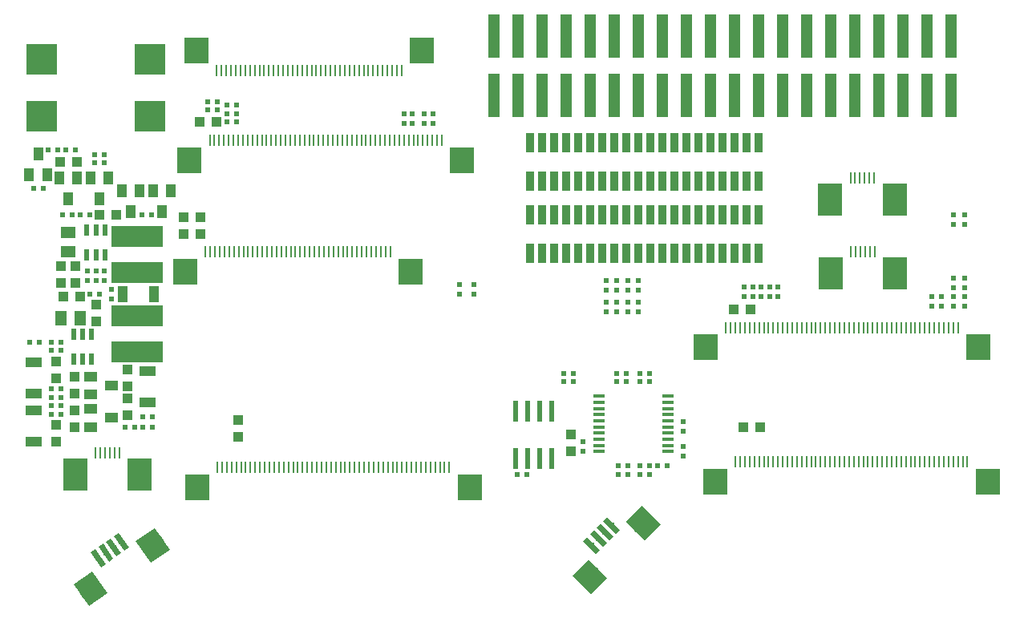
<source format=gbr>
G04 #@! TF.GenerationSoftware,KiCad,Pcbnew,(6.0.0-rc1-dev-478-gc120ae9e9)*
G04 #@! TF.CreationDate,2018-09-18T16:09:50+03:00*
G04 #@! TF.ProjectId,LCD-DRIVER_Rev_C,4C43442D4452495645525F5265765F43,C*
G04 #@! TF.SameCoordinates,Original*
G04 #@! TF.FileFunction,Paste,Bot*
G04 #@! TF.FilePolarity,Positive*
%FSLAX46Y46*%
G04 Gerber Fmt 4.6, Leading zero omitted, Abs format (unit mm)*
G04 Created by KiCad (PCBNEW (6.0.0-rc1-dev-478-gc120ae9e9)) date 09/18/18 16:09:50*
%MOMM*%
%LPD*%
G01*
G04 APERTURE LIST*
%ADD10R,0.900000X2.000000*%
%ADD11R,1.300000X4.550000*%
%ADD12R,3.254000X3.254000*%
%ADD13R,0.500000X0.550000*%
%ADD14R,2.600000X2.800000*%
%ADD15R,0.230000X1.280000*%
%ADD16R,1.016000X1.016000*%
%ADD17R,0.550000X0.500000*%
%ADD18R,1.524000X1.270000*%
%ADD19R,1.270000X1.524000*%
%ADD20R,1.700000X1.000000*%
%ADD21R,1.000000X1.400000*%
%ADD22R,1.400000X1.000000*%
%ADD23R,1.000000X1.700000*%
%ADD24R,5.400000X2.200000*%
%ADD25R,2.600000X3.400000*%
%ADD26C,2.400000*%
%ADD27C,0.200000*%
%ADD28C,0.601600*%
%ADD29R,1.270000X0.325000*%
%ADD30R,0.600000X2.200000*%
%ADD31R,0.550000X1.200000*%
G04 APERTURE END LIST*
D10*
G04 #@! TO.C,LCD_Lime2*
X135255000Y-86487000D03*
X135255000Y-82423000D03*
X133985000Y-86487000D03*
X133985000Y-82423000D03*
X132715000Y-86487000D03*
X132715000Y-82423000D03*
X131445000Y-86487000D03*
X131445000Y-82423000D03*
X130175000Y-86487000D03*
X130175000Y-82423000D03*
X128905000Y-86487000D03*
X128905000Y-82423000D03*
X127635000Y-86487000D03*
X127635000Y-82423000D03*
X126365000Y-86487000D03*
X126365000Y-82423000D03*
X125095000Y-86487000D03*
X125095000Y-82423000D03*
X123825000Y-86487000D03*
X123825000Y-82423000D03*
X136525000Y-82423000D03*
X136525000Y-86487000D03*
X137795000Y-82423000D03*
X137795000Y-86487000D03*
X139065000Y-82423000D03*
X139065000Y-86487000D03*
X140335000Y-82423000D03*
X140335000Y-86487000D03*
X141605000Y-82423000D03*
X141605000Y-86487000D03*
X142875000Y-82423000D03*
X142875000Y-86487000D03*
X144145000Y-82423000D03*
X144145000Y-86487000D03*
X145415000Y-82423000D03*
X145415000Y-86487000D03*
X146685000Y-82423000D03*
X146685000Y-86487000D03*
X147955000Y-82423000D03*
X147955000Y-86487000D03*
G04 #@! TD*
G04 #@! TO.C,LCD_Lime1*
X135255000Y-74803000D03*
X135255000Y-78867000D03*
X133985000Y-74803000D03*
X133985000Y-78867000D03*
X132715000Y-74803000D03*
X132715000Y-78867000D03*
X131445000Y-74803000D03*
X131445000Y-78867000D03*
X130175000Y-74803000D03*
X130175000Y-78867000D03*
X128905000Y-74803000D03*
X128905000Y-78867000D03*
X127635000Y-74803000D03*
X127635000Y-78867000D03*
X126365000Y-74803000D03*
X126365000Y-78867000D03*
X125095000Y-74803000D03*
X125095000Y-78867000D03*
X123825000Y-74803000D03*
X123825000Y-78867000D03*
X136525000Y-78867000D03*
X136525000Y-74803000D03*
X137795000Y-78867000D03*
X137795000Y-74803000D03*
X139065000Y-78867000D03*
X139065000Y-74803000D03*
X140335000Y-78867000D03*
X140335000Y-74803000D03*
X141605000Y-78867000D03*
X141605000Y-74803000D03*
X142875000Y-78867000D03*
X142875000Y-74803000D03*
X144145000Y-78867000D03*
X144145000Y-74803000D03*
X145415000Y-78867000D03*
X145415000Y-74803000D03*
X146685000Y-78867000D03*
X146685000Y-74803000D03*
X147955000Y-78867000D03*
X147955000Y-74803000D03*
G04 #@! TD*
D11*
G04 #@! TO.C,LCD_CON1*
X168275000Y-69800000D03*
X168275000Y-63550000D03*
X165735000Y-69800000D03*
X165735000Y-63550000D03*
X163195000Y-69800000D03*
X163195000Y-63550000D03*
X160655000Y-69800000D03*
X160655000Y-63550000D03*
X158115000Y-69800000D03*
X158115000Y-63550000D03*
X155575000Y-69800000D03*
X155575000Y-63550000D03*
X153035000Y-69800000D03*
X153035000Y-63550000D03*
X150495000Y-69800000D03*
X150495000Y-63550000D03*
X147955000Y-69800000D03*
X147955000Y-63550000D03*
X145415000Y-69800000D03*
X145415000Y-63550000D03*
X142875000Y-69800000D03*
X142875000Y-63550000D03*
X140335000Y-69800000D03*
X140335000Y-63550000D03*
X137795000Y-69800000D03*
X137795000Y-63550000D03*
X135255000Y-69800000D03*
X135255000Y-63550000D03*
X132715000Y-69800000D03*
X132715000Y-63550000D03*
X130175000Y-69800000D03*
X130175000Y-63550000D03*
X127635000Y-69800000D03*
X127635000Y-63550000D03*
X125095000Y-69800000D03*
X125095000Y-63550000D03*
X122555000Y-69800000D03*
X122555000Y-63550000D03*
X120015000Y-69800000D03*
X120015000Y-63550000D03*
G04 #@! TD*
D12*
G04 #@! TO.C,PWR_JACK1*
X83728000Y-66026000D03*
X83728000Y-72026000D03*
X72228000Y-66026000D03*
X72228000Y-72026000D03*
G04 #@! TD*
D13*
G04 #@! TO.C,R15*
X82042000Y-104902000D03*
X81026000Y-104902000D03*
G04 #@! TD*
D14*
G04 #@! TO.C,LCD-4\002C3in_DISP1*
X111200000Y-88450000D03*
X87400000Y-88450000D03*
D15*
X109050000Y-86350000D03*
X108550000Y-86350000D03*
X108050000Y-86350000D03*
X107550000Y-86350000D03*
X107050000Y-86350000D03*
X106550000Y-86350000D03*
X106050000Y-86350000D03*
X105550000Y-86350000D03*
X105050000Y-86350000D03*
X104550000Y-86350000D03*
X104050000Y-86350000D03*
X103550000Y-86350000D03*
X103050000Y-86350000D03*
X102550000Y-86350000D03*
X102050000Y-86350000D03*
X101550000Y-86350000D03*
X101050000Y-86350000D03*
X100550000Y-86350000D03*
X100050000Y-86350000D03*
X99550000Y-86350000D03*
X99050000Y-86350000D03*
X98550000Y-86350000D03*
X98050000Y-86350000D03*
X97550000Y-86350000D03*
X97050000Y-86350000D03*
X96550000Y-86350000D03*
X96050000Y-86350000D03*
X95550000Y-86350000D03*
X95050000Y-86350000D03*
X94550000Y-86350000D03*
X94050000Y-86350000D03*
X93550000Y-86350000D03*
X93050000Y-86350000D03*
X92550000Y-86350000D03*
X92050000Y-86350000D03*
X91550000Y-86350000D03*
X91050000Y-86350000D03*
X90550000Y-86350000D03*
X90050000Y-86350000D03*
X89550000Y-86350000D03*
G04 #@! TD*
D16*
G04 #@! TO.C,C1*
X88900000Y-72644000D03*
X90678000Y-72644000D03*
G04 #@! TD*
G04 #@! TO.C,C3*
X87249000Y-84455000D03*
X89027000Y-84455000D03*
G04 #@! TD*
D17*
G04 #@! TO.C,C4*
X110490000Y-72771000D03*
X110490000Y-71755000D03*
G04 #@! TD*
D16*
G04 #@! TO.C,C5*
X87249000Y-82677000D03*
X89027000Y-82677000D03*
G04 #@! TD*
D13*
G04 #@! TO.C,C6*
X83947000Y-104902000D03*
X82931000Y-104902000D03*
G04 #@! TD*
D16*
G04 #@! TO.C,C7*
X145288000Y-92456000D03*
X147066000Y-92456000D03*
G04 #@! TD*
D17*
G04 #@! TO.C,C9*
X166243000Y-92075000D03*
X166243000Y-91059000D03*
G04 #@! TD*
G04 #@! TO.C,C10*
X129413000Y-107442000D03*
X129413000Y-106426000D03*
G04 #@! TD*
D16*
G04 #@! TO.C,C11*
X128143000Y-105664000D03*
X128143000Y-107442000D03*
G04 #@! TD*
D17*
G04 #@! TO.C,C12*
X139954000Y-106934000D03*
X139954000Y-107950000D03*
G04 #@! TD*
G04 #@! TO.C,C13*
X139954000Y-104267000D03*
X139954000Y-105283000D03*
G04 #@! TD*
D13*
G04 #@! TO.C,C14*
X77851000Y-76962000D03*
X78867000Y-76962000D03*
G04 #@! TD*
D16*
G04 #@! TO.C,C15*
X73787000Y-104648000D03*
X73787000Y-106426000D03*
G04 #@! TD*
D18*
G04 #@! TO.C,C16*
X75057000Y-84328000D03*
X75057000Y-86360000D03*
G04 #@! TD*
D13*
G04 #@! TO.C,C17*
X123444000Y-109855000D03*
X122428000Y-109855000D03*
G04 #@! TD*
D16*
G04 #@! TO.C,C18*
X75692000Y-103124000D03*
X75692000Y-104902000D03*
G04 #@! TD*
D19*
G04 #@! TO.C,C19*
X74295000Y-93345000D03*
X76327000Y-93345000D03*
G04 #@! TD*
D16*
G04 #@! TO.C,C20*
X74168000Y-76835000D03*
X75946000Y-76835000D03*
G04 #@! TD*
G04 #@! TO.C,C21*
X74549000Y-91059000D03*
X76327000Y-91059000D03*
G04 #@! TD*
G04 #@! TO.C,C22*
X81280000Y-101854000D03*
X81280000Y-103632000D03*
G04 #@! TD*
G04 #@! TO.C,C23*
X81280000Y-100584000D03*
X81280000Y-98806000D03*
G04 #@! TD*
G04 #@! TO.C,C24*
X75692000Y-99568000D03*
X75692000Y-101346000D03*
G04 #@! TD*
G04 #@! TO.C,C25*
X80137000Y-82423000D03*
X78359000Y-82423000D03*
G04 #@! TD*
G04 #@! TO.C,C26*
X73787000Y-99695000D03*
X73787000Y-97917000D03*
G04 #@! TD*
G04 #@! TO.C,C27*
X77978000Y-91948000D03*
X77978000Y-93726000D03*
G04 #@! TD*
D20*
G04 #@! TO.C,D1*
X83439000Y-102234000D03*
X83439000Y-98934000D03*
G04 #@! TD*
D21*
G04 #@! TO.C,D2*
X81661000Y-82126000D03*
X82611000Y-79926000D03*
X80711000Y-79926000D03*
G04 #@! TD*
D20*
G04 #@! TO.C,D3*
X71374000Y-103125000D03*
X71374000Y-106425000D03*
G04 #@! TD*
D22*
G04 #@! TO.C,D4*
X79586000Y-103886000D03*
X77386000Y-102936000D03*
X77386000Y-104836000D03*
G04 #@! TD*
D23*
G04 #@! TO.C,D5*
X80773000Y-90805000D03*
X84073000Y-90805000D03*
G04 #@! TD*
D22*
G04 #@! TO.C,D6*
X79586000Y-100457000D03*
X77386000Y-99507000D03*
X77386000Y-101407000D03*
G04 #@! TD*
D20*
G04 #@! TO.C,D7*
X71374000Y-101345000D03*
X71374000Y-98045000D03*
G04 #@! TD*
D21*
G04 #@! TO.C,FET1*
X77409040Y-78521560D03*
X79311500Y-78521560D03*
X78356460Y-80731360D03*
G04 #@! TD*
G04 #@! TO.C,FET2*
X74107040Y-78521560D03*
X76009500Y-78521560D03*
X75054460Y-80731360D03*
G04 #@! TD*
D24*
G04 #@! TO.C,L1*
X82296000Y-84714000D03*
X82296000Y-88514000D03*
G04 #@! TD*
G04 #@! TO.C,L2*
X82296000Y-93096000D03*
X82296000Y-96896000D03*
G04 #@! TD*
D25*
G04 #@! TO.C,LCD-5in_CTP1*
X155550000Y-88650000D03*
D15*
X160200000Y-86350000D03*
X159700000Y-86350000D03*
X159200000Y-86350000D03*
X158700000Y-86350000D03*
X158200000Y-86350000D03*
X157700000Y-86350000D03*
D25*
X162350000Y-88650000D03*
G04 #@! TD*
D14*
G04 #@! TO.C,LCD-5in_DISP1*
X111200000Y-88450000D03*
X87400000Y-88450000D03*
D15*
X109050000Y-86350000D03*
X108550000Y-86350000D03*
X108050000Y-86350000D03*
X107550000Y-86350000D03*
X107050000Y-86350000D03*
X106550000Y-86350000D03*
X106050000Y-86350000D03*
X105550000Y-86350000D03*
X105050000Y-86350000D03*
X104550000Y-86350000D03*
X104050000Y-86350000D03*
X103550000Y-86350000D03*
X103050000Y-86350000D03*
X102550000Y-86350000D03*
X102050000Y-86350000D03*
X101550000Y-86350000D03*
X101050000Y-86350000D03*
X100550000Y-86350000D03*
X100050000Y-86350000D03*
X99550000Y-86350000D03*
X99050000Y-86350000D03*
X98550000Y-86350000D03*
X98050000Y-86350000D03*
X97550000Y-86350000D03*
X97050000Y-86350000D03*
X96550000Y-86350000D03*
X96050000Y-86350000D03*
X95550000Y-86350000D03*
X95050000Y-86350000D03*
X94550000Y-86350000D03*
X94050000Y-86350000D03*
X93550000Y-86350000D03*
X93050000Y-86350000D03*
X92550000Y-86350000D03*
X92050000Y-86350000D03*
X91550000Y-86350000D03*
X91050000Y-86350000D03*
X90550000Y-86350000D03*
X90050000Y-86350000D03*
X89550000Y-86350000D03*
G04 #@! TD*
D25*
G04 #@! TO.C,LCD-7in_CTP1*
X155500000Y-80850000D03*
D15*
X160150000Y-78550000D03*
X159650000Y-78550000D03*
X159150000Y-78550000D03*
X158650000Y-78550000D03*
X158150000Y-78550000D03*
X157650000Y-78550000D03*
D25*
X162300000Y-80850000D03*
G04 #@! TD*
D15*
G04 #@! TO.C,LCD-7in_DISP1*
X110800000Y-109150000D03*
X112300000Y-109150000D03*
X111800000Y-109150000D03*
X114300000Y-109150000D03*
X113300000Y-109150000D03*
X112800000Y-109150000D03*
X114800000Y-109150000D03*
X115300000Y-109150000D03*
X111300000Y-109150000D03*
X113800000Y-109150000D03*
D14*
X117450000Y-111250000D03*
X88650000Y-111250000D03*
D15*
X110300000Y-109150000D03*
X109800000Y-109150000D03*
X109300000Y-109150000D03*
X108800000Y-109150000D03*
X108300000Y-109150000D03*
X107800000Y-109150000D03*
X107300000Y-109150000D03*
X106800000Y-109150000D03*
X106300000Y-109150000D03*
X105800000Y-109150000D03*
X105300000Y-109150000D03*
X104800000Y-109150000D03*
X104300000Y-109150000D03*
X103800000Y-109150000D03*
X103300000Y-109150000D03*
X102800000Y-109150000D03*
X102300000Y-109150000D03*
X101800000Y-109150000D03*
X101300000Y-109150000D03*
X100800000Y-109150000D03*
X100300000Y-109150000D03*
X99800000Y-109150000D03*
X99300000Y-109150000D03*
X98800000Y-109150000D03*
X98300000Y-109150000D03*
X97800000Y-109150000D03*
X97300000Y-109150000D03*
X96800000Y-109150000D03*
X96300000Y-109150000D03*
X95800000Y-109150000D03*
X95300000Y-109150000D03*
X94800000Y-109150000D03*
X94300000Y-109150000D03*
X93800000Y-109150000D03*
X93300000Y-109150000D03*
X92800000Y-109150000D03*
X92300000Y-109150000D03*
X91800000Y-109150000D03*
X91300000Y-109150000D03*
X90800000Y-109150000D03*
G04 #@! TD*
D26*
G04 #@! TO.C,LCD-7in_RTP1*
X83985132Y-117360487D03*
D27*
G36*
X84165107Y-115525382D02*
X85771121Y-117819008D01*
X83805157Y-119195592D01*
X82199143Y-116901966D01*
X84165107Y-115525382D01*
X84165107Y-115525382D01*
G37*
D28*
X78217928Y-118713023D03*
D27*
G36*
X77918972Y-117761641D02*
X79009685Y-119319341D01*
X78516884Y-119664405D01*
X77426171Y-118106705D01*
X77918972Y-117761641D01*
X77918972Y-117761641D01*
G37*
D28*
X79037080Y-118139446D03*
D27*
G36*
X78738124Y-117188064D02*
X79828837Y-118745764D01*
X79336036Y-119090828D01*
X78245323Y-117533128D01*
X78738124Y-117188064D01*
X78738124Y-117188064D01*
G37*
D28*
X79856232Y-117565870D03*
D27*
G36*
X79557276Y-116614488D02*
X80647989Y-118172188D01*
X80155188Y-118517252D01*
X79064475Y-116959552D01*
X79557276Y-116614488D01*
X79557276Y-116614488D01*
G37*
D28*
X80675384Y-116992293D03*
D27*
G36*
X80376428Y-116040911D02*
X81467141Y-117598611D01*
X80974340Y-117943675D01*
X79883627Y-116385975D01*
X80376428Y-116040911D01*
X80376428Y-116040911D01*
G37*
D26*
X77431916Y-121949098D03*
D27*
G36*
X77611891Y-120113993D02*
X79217905Y-122407619D01*
X77251941Y-123784203D01*
X75645927Y-121490577D01*
X77611891Y-120113993D01*
X77611891Y-120113993D01*
G37*
G04 #@! TD*
D25*
G04 #@! TO.C,LCD-10\002C1in_CTP1*
X75800000Y-109900000D03*
D15*
X80450000Y-107600000D03*
X79950000Y-107600000D03*
X79450000Y-107600000D03*
X78950000Y-107600000D03*
X78450000Y-107600000D03*
X77950000Y-107600000D03*
D25*
X82600000Y-109900000D03*
G04 #@! TD*
D15*
G04 #@! TO.C,LCD-10\002C1in_DISP1*
X164500000Y-94350000D03*
X166000000Y-94350000D03*
X165500000Y-94350000D03*
X168000000Y-94350000D03*
X167000000Y-94350000D03*
X166500000Y-94350000D03*
X168500000Y-94350000D03*
X169000000Y-94350000D03*
X165000000Y-94350000D03*
X167500000Y-94350000D03*
D14*
X171150000Y-96450000D03*
X142350000Y-96450000D03*
D15*
X164000000Y-94350000D03*
X163500000Y-94350000D03*
X163000000Y-94350000D03*
X162500000Y-94350000D03*
X162000000Y-94350000D03*
X161500000Y-94350000D03*
X161000000Y-94350000D03*
X160500000Y-94350000D03*
X160000000Y-94350000D03*
X159500000Y-94350000D03*
X159000000Y-94350000D03*
X158500000Y-94350000D03*
X158000000Y-94350000D03*
X157500000Y-94350000D03*
X157000000Y-94350000D03*
X156500000Y-94350000D03*
X156000000Y-94350000D03*
X155500000Y-94350000D03*
X155000000Y-94350000D03*
X154500000Y-94350000D03*
X154000000Y-94350000D03*
X153500000Y-94350000D03*
X153000000Y-94350000D03*
X152500000Y-94350000D03*
X152000000Y-94350000D03*
X151500000Y-94350000D03*
X151000000Y-94350000D03*
X150500000Y-94350000D03*
X150000000Y-94350000D03*
X149500000Y-94350000D03*
X149000000Y-94350000D03*
X148500000Y-94350000D03*
X148000000Y-94350000D03*
X147500000Y-94350000D03*
X147000000Y-94350000D03*
X146500000Y-94350000D03*
X146000000Y-94350000D03*
X145500000Y-94350000D03*
X145000000Y-94350000D03*
X144500000Y-94350000D03*
G04 #@! TD*
D26*
G04 #@! TO.C,LCD-10\002C1in_RTP1*
X135762742Y-115005887D03*
D27*
G36*
X135621321Y-113167409D02*
X137601220Y-115147308D01*
X135904163Y-116844365D01*
X133924264Y-114864466D01*
X135621321Y-113167409D01*
X135621321Y-113167409D01*
G37*
D28*
X130318019Y-117339340D03*
D27*
G36*
X129858400Y-116454325D02*
X131203034Y-117798959D01*
X130777638Y-118224355D01*
X129433004Y-116879721D01*
X129858400Y-116454325D01*
X129858400Y-116454325D01*
G37*
D28*
X131025126Y-116632233D03*
D27*
G36*
X130565507Y-115747218D02*
X131910141Y-117091852D01*
X131484745Y-117517248D01*
X130140111Y-116172614D01*
X130565507Y-115747218D01*
X130565507Y-115747218D01*
G37*
D28*
X131732233Y-115925126D03*
D27*
G36*
X131272614Y-115040111D02*
X132617248Y-116384745D01*
X132191852Y-116810141D01*
X130847218Y-115465507D01*
X131272614Y-115040111D01*
X131272614Y-115040111D01*
G37*
D28*
X132439340Y-115218019D03*
D27*
G36*
X131979721Y-114333004D02*
X133324355Y-115677638D01*
X132898959Y-116103034D01*
X131554325Y-114758400D01*
X131979721Y-114333004D01*
X131979721Y-114333004D01*
G37*
D26*
X130105887Y-120662742D03*
D27*
G36*
X129964466Y-118824264D02*
X131944365Y-120804163D01*
X130247308Y-122501220D01*
X128267409Y-120521321D01*
X129964466Y-118824264D01*
X129964466Y-118824264D01*
G37*
G04 #@! TD*
D13*
G04 #@! TO.C,R1*
X92837000Y-72644000D03*
X91821000Y-72644000D03*
G04 #@! TD*
G04 #@! TO.C,R2*
X92837000Y-71755000D03*
X91821000Y-71755000D03*
G04 #@! TD*
G04 #@! TO.C,R3*
X92837000Y-70866000D03*
X91821000Y-70866000D03*
G04 #@! TD*
G04 #@! TO.C,R4*
X89789000Y-70485000D03*
X90805000Y-70485000D03*
G04 #@! TD*
G04 #@! TO.C,R5*
X89789000Y-71374000D03*
X90805000Y-71374000D03*
G04 #@! TD*
D17*
G04 #@! TO.C,R6*
X111379000Y-72771000D03*
X111379000Y-71755000D03*
G04 #@! TD*
G04 #@! TO.C,R7*
X112649000Y-72771000D03*
X112649000Y-71755000D03*
G04 #@! TD*
G04 #@! TO.C,R8*
X113538000Y-72771000D03*
X113538000Y-71755000D03*
G04 #@! TD*
G04 #@! TO.C,R9*
X117856000Y-90805000D03*
X117856000Y-89789000D03*
G04 #@! TD*
G04 #@! TO.C,R10*
X116332000Y-90805000D03*
X116332000Y-89789000D03*
G04 #@! TD*
G04 #@! TO.C,R11*
X169672000Y-83439000D03*
X169672000Y-82423000D03*
G04 #@! TD*
G04 #@! TO.C,R12*
X168529000Y-82423000D03*
X168529000Y-83439000D03*
G04 #@! TD*
G04 #@! TO.C,R13*
X169672000Y-90170000D03*
X169672000Y-89154000D03*
G04 #@! TD*
G04 #@! TO.C,R14*
X168529000Y-89154000D03*
X168529000Y-90170000D03*
G04 #@! TD*
D13*
G04 #@! TO.C,R16*
X82931000Y-103759000D03*
X83947000Y-103759000D03*
G04 #@! TD*
D17*
G04 #@! TO.C,R17*
X146431000Y-91059000D03*
X146431000Y-90043000D03*
G04 #@! TD*
G04 #@! TO.C,R18*
X147320000Y-91059000D03*
X147320000Y-90043000D03*
G04 #@! TD*
G04 #@! TO.C,R19*
X148209000Y-91059000D03*
X148209000Y-90043000D03*
G04 #@! TD*
G04 #@! TO.C,R20*
X149098000Y-91059000D03*
X149098000Y-90043000D03*
G04 #@! TD*
G04 #@! TO.C,R21*
X149987000Y-91059000D03*
X149987000Y-90043000D03*
G04 #@! TD*
G04 #@! TO.C,R22*
X167259000Y-92075000D03*
X167259000Y-91059000D03*
G04 #@! TD*
G04 #@! TO.C,R23*
X169672000Y-92075000D03*
X169672000Y-91059000D03*
G04 #@! TD*
G04 #@! TO.C,R24*
X168529000Y-92075000D03*
X168529000Y-91059000D03*
G04 #@! TD*
D13*
G04 #@! TO.C,R25*
X138303000Y-108966000D03*
X137287000Y-108966000D03*
G04 #@! TD*
G04 #@! TO.C,R26*
X132969000Y-100076000D03*
X133985000Y-100076000D03*
G04 #@! TD*
G04 #@! TO.C,R27*
X132969000Y-99187000D03*
X133985000Y-99187000D03*
G04 #@! TD*
G04 #@! TO.C,R28*
X133096000Y-109855000D03*
X134112000Y-109855000D03*
G04 #@! TD*
G04 #@! TO.C,R29*
X133096000Y-108966000D03*
X134112000Y-108966000D03*
G04 #@! TD*
G04 #@! TO.C,R30*
X136398000Y-108966000D03*
X135382000Y-108966000D03*
G04 #@! TD*
G04 #@! TO.C,R31*
X136398000Y-109855000D03*
X135382000Y-109855000D03*
G04 #@! TD*
G04 #@! TO.C,R32*
X136398000Y-99187000D03*
X135382000Y-99187000D03*
G04 #@! TD*
G04 #@! TO.C,R33*
X136398000Y-100076000D03*
X135382000Y-100076000D03*
G04 #@! TD*
G04 #@! TO.C,R34*
X78867000Y-76073000D03*
X77851000Y-76073000D03*
G04 #@! TD*
G04 #@! TO.C,R35*
X73279000Y-103505000D03*
X74295000Y-103505000D03*
G04 #@! TD*
G04 #@! TO.C,R36*
X82804000Y-82423000D03*
X83820000Y-82423000D03*
G04 #@! TD*
G04 #@! TO.C,R37*
X70993000Y-95885000D03*
X72009000Y-95885000D03*
G04 #@! TD*
G04 #@! TO.C,R39*
X73279000Y-102616000D03*
X74295000Y-102616000D03*
G04 #@! TD*
D17*
G04 #@! TO.C,R41*
X77089000Y-89408000D03*
X77089000Y-88392000D03*
G04 #@! TD*
D13*
G04 #@! TO.C,R42*
X75819000Y-75565000D03*
X74803000Y-75565000D03*
G04 #@! TD*
D17*
G04 #@! TO.C,R43*
X77978000Y-89408000D03*
X77978000Y-88392000D03*
G04 #@! TD*
D13*
G04 #@! TO.C,R44*
X73279000Y-95885000D03*
X74295000Y-95885000D03*
G04 #@! TD*
G04 #@! TO.C,R45*
X74295000Y-96774000D03*
X73279000Y-96774000D03*
G04 #@! TD*
D17*
G04 #@! TO.C,R46*
X78867000Y-88392000D03*
X78867000Y-89408000D03*
G04 #@! TD*
D13*
G04 #@! TO.C,R47*
X78359000Y-90805000D03*
X77343000Y-90805000D03*
G04 #@! TD*
G04 #@! TO.C,R48*
X76327000Y-82423000D03*
X77343000Y-82423000D03*
G04 #@! TD*
G04 #@! TO.C,R49*
X75438000Y-82423000D03*
X74422000Y-82423000D03*
G04 #@! TD*
D17*
G04 #@! TO.C,R50*
X79629000Y-90297000D03*
X79629000Y-91313000D03*
G04 #@! TD*
G04 #@! TO.C,R51*
X135255000Y-91694000D03*
X135255000Y-92710000D03*
G04 #@! TD*
G04 #@! TO.C,R52*
X135255000Y-90424000D03*
X135255000Y-89408000D03*
G04 #@! TD*
G04 #@! TO.C,R53*
X134112000Y-91694000D03*
X134112000Y-92710000D03*
G04 #@! TD*
G04 #@! TO.C,R54*
X134112000Y-90424000D03*
X134112000Y-89408000D03*
G04 #@! TD*
D13*
G04 #@! TO.C,R55*
X73279000Y-101727000D03*
X74295000Y-101727000D03*
G04 #@! TD*
D17*
G04 #@! TO.C,R56*
X132969000Y-91694000D03*
X132969000Y-92710000D03*
G04 #@! TD*
G04 #@! TO.C,R57*
X132969000Y-90424000D03*
X132969000Y-89408000D03*
G04 #@! TD*
D13*
G04 #@! TO.C,R58*
X73279000Y-100838000D03*
X74295000Y-100838000D03*
G04 #@! TD*
D17*
G04 #@! TO.C,R59*
X131826000Y-91694000D03*
X131826000Y-92710000D03*
G04 #@! TD*
G04 #@! TO.C,R60*
X131826000Y-90424000D03*
X131826000Y-89408000D03*
G04 #@! TD*
D21*
G04 #@! TO.C,T1*
X84013040Y-79918560D03*
X85915500Y-79918560D03*
X84960460Y-82128360D03*
G04 #@! TD*
D29*
G04 #@! TO.C,U1*
X131127500Y-107446000D03*
X131127500Y-106796000D03*
X131127500Y-106146000D03*
X131127500Y-105496000D03*
X131127500Y-104846000D03*
X131127500Y-104196000D03*
X131127500Y-103546000D03*
X131127500Y-102896000D03*
X131127500Y-102246000D03*
X131127500Y-101596000D03*
X138366500Y-101596000D03*
X138366500Y-102246000D03*
X138366500Y-102896000D03*
X138366500Y-103546000D03*
X138366500Y-104196000D03*
X138366500Y-104846000D03*
X138366500Y-105496000D03*
X138366500Y-106146000D03*
X138366500Y-106796000D03*
X138366500Y-107446000D03*
G04 #@! TD*
D30*
G04 #@! TO.C,U2*
X122301000Y-108164000D03*
X123571000Y-108164000D03*
X124841000Y-108164000D03*
X126111000Y-108164000D03*
X126111000Y-103164000D03*
X124841000Y-103164000D03*
X123571000Y-103164000D03*
X122301000Y-103164000D03*
G04 #@! TD*
D31*
G04 #@! TO.C,U3*
X77028000Y-86644100D03*
X77978000Y-86644100D03*
X78928000Y-86644100D03*
X78928000Y-84043900D03*
X77978000Y-84043900D03*
X77028000Y-84043900D03*
G04 #@! TD*
G04 #@! TO.C,U4*
X75631000Y-97693100D03*
X76581000Y-97693100D03*
X77531000Y-97693100D03*
X77531000Y-95092900D03*
X76581000Y-95092900D03*
X75631000Y-95092900D03*
G04 #@! TD*
D15*
G04 #@! TO.C,LCD-7in_DISP2*
X110000000Y-74550000D03*
X111500000Y-74550000D03*
X111000000Y-74550000D03*
X113500000Y-74550000D03*
X112500000Y-74550000D03*
X112000000Y-74550000D03*
X114000000Y-74550000D03*
X114500000Y-74550000D03*
X110500000Y-74550000D03*
X113000000Y-74550000D03*
D14*
X116650000Y-76650000D03*
X87850000Y-76650000D03*
D15*
X109500000Y-74550000D03*
X109000000Y-74550000D03*
X108500000Y-74550000D03*
X108000000Y-74550000D03*
X107500000Y-74550000D03*
X107000000Y-74550000D03*
X106500000Y-74550000D03*
X106000000Y-74550000D03*
X105500000Y-74550000D03*
X105000000Y-74550000D03*
X104500000Y-74550000D03*
X104000000Y-74550000D03*
X103500000Y-74550000D03*
X103000000Y-74550000D03*
X102500000Y-74550000D03*
X102000000Y-74550000D03*
X101500000Y-74550000D03*
X101000000Y-74550000D03*
X100500000Y-74550000D03*
X100000000Y-74550000D03*
X99500000Y-74550000D03*
X99000000Y-74550000D03*
X98500000Y-74550000D03*
X98000000Y-74550000D03*
X97500000Y-74550000D03*
X97000000Y-74550000D03*
X96500000Y-74550000D03*
X96000000Y-74550000D03*
X95500000Y-74550000D03*
X95000000Y-74550000D03*
X94500000Y-74550000D03*
X94000000Y-74550000D03*
X93500000Y-74550000D03*
X93000000Y-74550000D03*
X92500000Y-74550000D03*
X92000000Y-74550000D03*
X91500000Y-74550000D03*
X91000000Y-74550000D03*
X90500000Y-74550000D03*
X90000000Y-74550000D03*
G04 #@! TD*
G04 #@! TO.C,LCD-10\002C1in_DISP2*
X165500000Y-108550000D03*
X167000000Y-108550000D03*
X166500000Y-108550000D03*
X169000000Y-108550000D03*
X168000000Y-108550000D03*
X167500000Y-108550000D03*
X169500000Y-108550000D03*
X170000000Y-108550000D03*
X166000000Y-108550000D03*
X168500000Y-108550000D03*
D14*
X172150000Y-110650000D03*
X143350000Y-110650000D03*
D15*
X165000000Y-108550000D03*
X164500000Y-108550000D03*
X164000000Y-108550000D03*
X163500000Y-108550000D03*
X163000000Y-108550000D03*
X162500000Y-108550000D03*
X162000000Y-108550000D03*
X161500000Y-108550000D03*
X161000000Y-108550000D03*
X160500000Y-108550000D03*
X160000000Y-108550000D03*
X159500000Y-108550000D03*
X159000000Y-108550000D03*
X158500000Y-108550000D03*
X158000000Y-108550000D03*
X157500000Y-108550000D03*
X157000000Y-108550000D03*
X156500000Y-108550000D03*
X156000000Y-108550000D03*
X155500000Y-108550000D03*
X155000000Y-108550000D03*
X154500000Y-108550000D03*
X154000000Y-108550000D03*
X153500000Y-108550000D03*
X153000000Y-108550000D03*
X152500000Y-108550000D03*
X152000000Y-108550000D03*
X151500000Y-108550000D03*
X151000000Y-108550000D03*
X150500000Y-108550000D03*
X150000000Y-108550000D03*
X149500000Y-108550000D03*
X149000000Y-108550000D03*
X148500000Y-108550000D03*
X148000000Y-108550000D03*
X147500000Y-108550000D03*
X147000000Y-108550000D03*
X146500000Y-108550000D03*
X146000000Y-108550000D03*
X145500000Y-108550000D03*
G04 #@! TD*
D14*
G04 #@! TO.C,LCD_FLAT_CON1*
X88600000Y-65066000D03*
X112400000Y-65066000D03*
D15*
X90750000Y-67166000D03*
X91250000Y-67166000D03*
X91750000Y-67166000D03*
X92250000Y-67166000D03*
X92750000Y-67166000D03*
X93250000Y-67166000D03*
X93750000Y-67166000D03*
X94250000Y-67166000D03*
X94750000Y-67166000D03*
X95250000Y-67166000D03*
X95750000Y-67166000D03*
X96250000Y-67166000D03*
X96750000Y-67166000D03*
X97250000Y-67166000D03*
X97750000Y-67166000D03*
X98250000Y-67166000D03*
X98750000Y-67166000D03*
X99250000Y-67166000D03*
X99750000Y-67166000D03*
X100250000Y-67166000D03*
X100750000Y-67166000D03*
X101250000Y-67166000D03*
X101750000Y-67166000D03*
X102250000Y-67166000D03*
X102750000Y-67166000D03*
X103250000Y-67166000D03*
X103750000Y-67166000D03*
X104250000Y-67166000D03*
X104750000Y-67166000D03*
X105250000Y-67166000D03*
X105750000Y-67166000D03*
X106250000Y-67166000D03*
X106750000Y-67166000D03*
X107250000Y-67166000D03*
X107750000Y-67166000D03*
X108250000Y-67166000D03*
X108750000Y-67166000D03*
X109250000Y-67166000D03*
X109750000Y-67166000D03*
X110250000Y-67166000D03*
G04 #@! TD*
D16*
G04 #@! TO.C,C2*
X92964000Y-104140000D03*
X92964000Y-105918000D03*
G04 #@! TD*
G04 #@! TO.C,C8*
X146304000Y-104902000D03*
X148082000Y-104902000D03*
G04 #@! TD*
D13*
G04 #@! TO.C,R61*
X128397000Y-100076000D03*
X127381000Y-100076000D03*
G04 #@! TD*
G04 #@! TO.C,R62*
X128397000Y-99187000D03*
X127381000Y-99187000D03*
G04 #@! TD*
D16*
G04 #@! TO.C,R38*
X74295000Y-89662000D03*
X74295000Y-87884000D03*
G04 #@! TD*
G04 #@! TO.C,R40*
X75819000Y-87884000D03*
X75819000Y-89662000D03*
G04 #@! TD*
D21*
G04 #@! TO.C,FET3*
X71884540Y-75986640D03*
X70929500Y-78196440D03*
X72831960Y-78196440D03*
G04 #@! TD*
D13*
G04 #@! TO.C,R63*
X71374000Y-79629000D03*
X72390000Y-79629000D03*
G04 #@! TD*
G04 #@! TO.C,R64*
X73914000Y-75565000D03*
X72898000Y-75565000D03*
G04 #@! TD*
M02*

</source>
